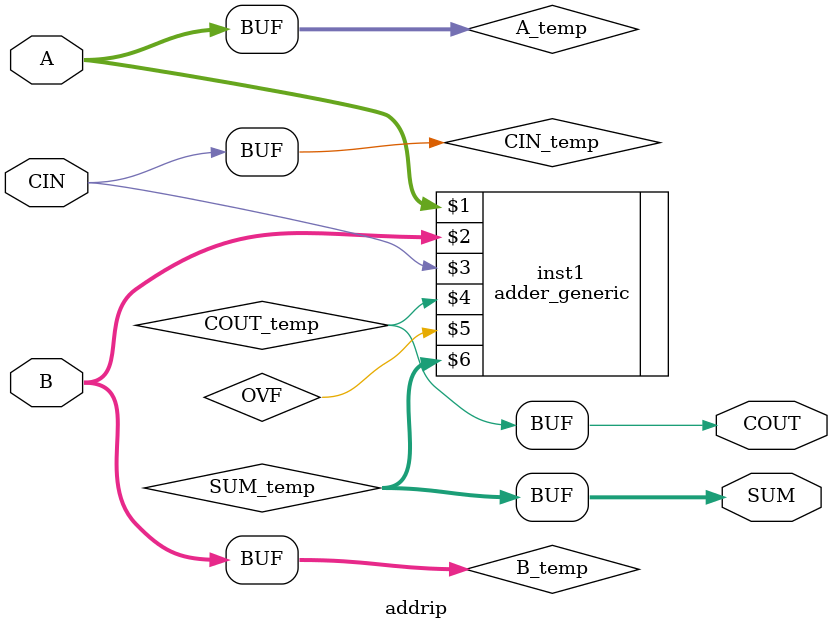
<source format=v>
module addrip(A,B,CIN,COUT,SUM);
  parameter N = 8;
  parameter DPFLAG = 1;
  parameter GROUP = "dpath1";
  parameter
        d_A = 0,
        d_B = 0,
        d_CIN_r = 0,
        d_CIN_f = 0,
        d_COUT_r = 1,
        d_COUT_f = 1,
        d_SUM = 1;
  input [(N - 1):0] A;
  input [(N - 1):0] B;
  input  CIN;
  output  COUT;
  output [(N - 1):0] SUM;
  wire [(N - 1):0] A_temp;
  wire [(N - 1):0] B_temp;
  wire  CIN_temp;
  wire  COUT_temp;
  wire [(N - 1):0] SUM_temp;
  wire  OVF;
  assign #(d_A) A_temp = A;
  assign #(d_B) B_temp = B;
  assign #(d_CIN_r,d_CIN_f) CIN_temp = CIN;
  assign #(d_COUT_r,d_COUT_f) COUT = COUT_temp;
  assign #(d_SUM) SUM = SUM_temp;
  adder_generic #(N) inst1 (A_temp,B_temp,CIN_temp,COUT_temp,OVF,SUM_temp);
endmodule

</source>
